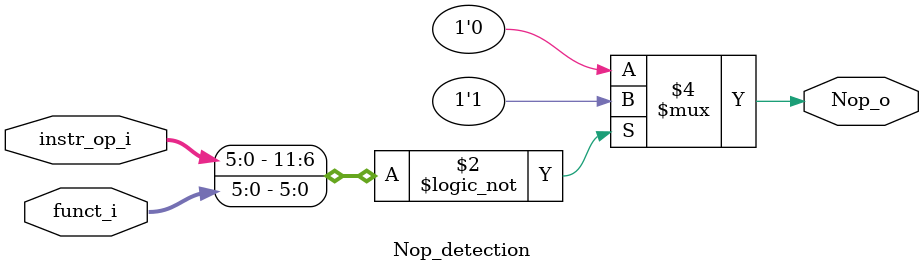
<source format=v>
`timescale 1ns / 1ps

module Nop_detection(
	instr_op_i,   //6 bit instr_op_i  (input)
	funct_i,      //6 bit funct_i     (input)
	Nop_o         //1 bit Nop_o       (output)
    );

//I/O port
input  [5:0]  instr_op_i;
input  [5:0]  funct_i;
output        Nop_o;

//Internal Signls
reg           Nop_o;

//Main function
always@ (*) begin
	if ({instr_op_i, funct_i} == 12'd0) Nop_o <= 1;
	else Nop_o <= 0;
end
endmodule

</source>
